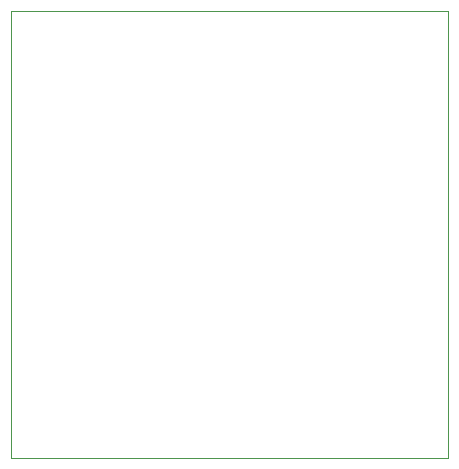
<source format=gbr>
%TF.GenerationSoftware,KiCad,Pcbnew,(6.0.0)*%
%TF.CreationDate,2022-03-19T09:51:23+00:00*%
%TF.ProjectId,open-amiga-samplerV1,6f70656e-2d61-46d6-9967-612d73616d70,rev?*%
%TF.SameCoordinates,Original*%
%TF.FileFunction,Profile,NP*%
%FSLAX46Y46*%
G04 Gerber Fmt 4.6, Leading zero omitted, Abs format (unit mm)*
G04 Created by KiCad (PCBNEW (6.0.0)) date 2022-03-19 09:51:23*
%MOMM*%
%LPD*%
G01*
G04 APERTURE LIST*
%TA.AperFunction,Profile*%
%ADD10C,0.050000*%
%TD*%
G04 APERTURE END LIST*
D10*
X50800000Y-61305000D02*
X50800000Y-23495000D01*
X87800000Y-23495000D02*
X87800000Y-61305000D01*
X87800000Y-61305000D02*
X50800000Y-61305000D01*
X50800000Y-23495000D02*
X87800000Y-23495000D01*
M02*

</source>
